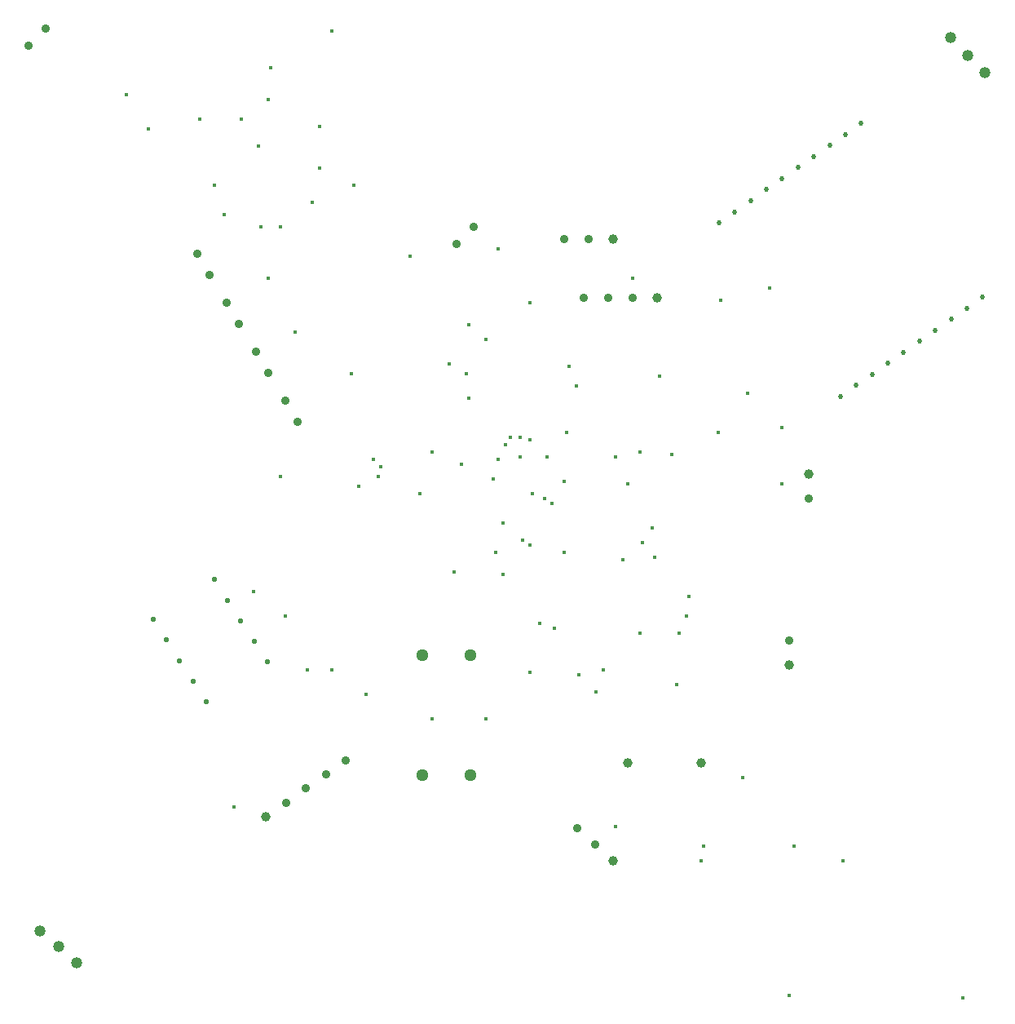
<source format=gbr>
G04 Generated by Ultiboard 11.0 *
%FSLAX25Y25*%
%MOIN*%

%ADD10C,0.01500*%
%ADD11C,0.03500*%
%ADD12C,0.03917*%
%ADD13C,0.03937*%
%ADD14C,0.04667*%
%ADD15C,0.02100*%
%ADD16C,0.05079*%
%ADD17C,0.02047*%


G04 ColorRGB 000000 for the following layer *
%LNDrill-Copper Top-Copper Bottom*%
%LPD*%
%FSLAX25Y25*%
%MOIN*%
G54D10*
X251000Y263000D03*
X251000Y112000D03*
X254000Y221000D03*
X201000Y254000D03*
X146000Y251000D03*
X230000Y253000D03*
X125000Y176000D03*
X95000Y120000D03*
X103000Y208000D03*
X116000Y198000D03*
X135000Y176000D03*
X149000Y166000D03*
X149000Y166000D03*
X176000Y156000D03*
X185000Y216000D03*
X171000Y248000D03*
X198000Y156000D03*
X216000Y175000D03*
X236000Y174000D03*
X243000Y167000D03*
X246000Y176000D03*
X220000Y195000D03*
X222000Y246000D03*
X205000Y215000D03*
X205000Y236000D03*
X202000Y224000D03*
X213000Y229000D03*
X216000Y227000D03*
X217000Y248000D03*
X226000Y193000D03*
X230000Y224000D03*
X225000Y244000D03*
X127000Y367000D03*
X120000Y314000D03*
X114000Y255000D03*
X91000Y362000D03*
X87000Y374000D03*
X109000Y336000D03*
X106000Y357000D03*
X114000Y357000D03*
X51000Y411000D03*
X60000Y397000D03*
X81000Y401000D03*
X109000Y409000D03*
X105000Y390000D03*
X98000Y401000D03*
X110000Y422000D03*
X188000Y260000D03*
X190000Y297000D03*
X191000Y317000D03*
X191000Y287000D03*
X155000Y259000D03*
X152000Y262000D03*
X154000Y255000D03*
X143000Y297000D03*
X176000Y265000D03*
X183000Y301000D03*
X144000Y374000D03*
X167000Y345000D03*
X203000Y262000D03*
X206000Y268000D03*
X216000Y270000D03*
X212000Y263000D03*
X212000Y271000D03*
X208000Y271000D03*
X198000Y311000D03*
X223000Y263000D03*
X231000Y273000D03*
X235000Y292000D03*
X232000Y300000D03*
X203000Y348000D03*
X216000Y326000D03*
X130000Y381000D03*
X130000Y398000D03*
X135000Y437000D03*
X256000Y252000D03*
X319000Y252000D03*
X286000Y98000D03*
X287000Y104000D03*
X322000Y43000D03*
X344000Y98000D03*
X324000Y104000D03*
X277000Y191000D03*
X261000Y191000D03*
X276000Y170000D03*
X303000Y132000D03*
X281000Y206000D03*
X267000Y222000D03*
X280000Y198000D03*
X266000Y234000D03*
X262000Y228000D03*
X393000Y42000D03*
X314000Y332000D03*
X261000Y265000D03*
X274000Y264000D03*
X269000Y296000D03*
X293000Y273000D03*
X305000Y289000D03*
X258000Y336000D03*
X294000Y327000D03*
X319000Y275000D03*
G54D11*
X18000Y438000D03*
X10929Y430929D03*
X240000Y352000D03*
X230000Y352000D03*
X248000Y328000D03*
X238000Y328000D03*
X258000Y328000D03*
X235137Y111383D03*
X242569Y104691D03*
X124383Y127472D03*
X116192Y121736D03*
X140766Y138943D03*
X132575Y133207D03*
X121000Y277340D03*
X116000Y286000D03*
X97000Y317340D03*
X92000Y326000D03*
X109000Y297340D03*
X104000Y306000D03*
X80000Y346000D03*
X85000Y337340D03*
X193071Y357071D03*
X186000Y350000D03*
X330000Y246000D03*
X322000Y188000D03*
G54D12*
X250000Y352000D03*
X268000Y328000D03*
X250000Y98000D03*
X108000Y116000D03*
X330000Y256000D03*
X322000Y178000D03*
G54D13*
X285921Y138000D03*
X256000Y138000D03*
G54D14*
X23160Y62846D03*
X15613Y69406D03*
X30707Y56285D03*
X387858Y434142D03*
X402000Y420000D03*
X394929Y427071D03*
G54D15*
X61806Y196542D03*
X67253Y188155D03*
X103239Y187678D03*
X78145Y171382D03*
X72699Y179768D03*
X83592Y162995D03*
X108686Y179291D03*
X97793Y196065D03*
X92347Y204451D03*
X86900Y212838D03*
G54D16*
X191685Y132787D03*
X191685Y182000D03*
X172000Y132787D03*
X172000Y182000D03*
G54D17*
X381696Y314726D03*
X375246Y310210D03*
X319116Y376643D03*
X325566Y381160D03*
X312666Y372127D03*
X299766Y363094D03*
X293316Y358578D03*
X306216Y367611D03*
X342996Y287628D03*
X349446Y292144D03*
X362346Y301177D03*
X355896Y296660D03*
X368796Y305693D03*
X344916Y394709D03*
X332016Y385676D03*
X338466Y390192D03*
X351366Y399225D03*
X394596Y323759D03*
X388146Y319242D03*
X401046Y328275D03*

M00*

</source>
